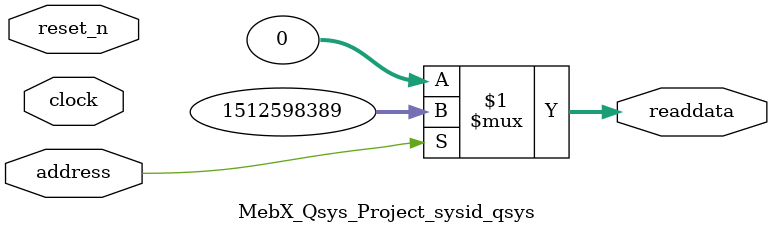
<source format=v>



// synthesis translate_off
`timescale 1ns / 1ps
// synthesis translate_on

// turn off superfluous verilog processor warnings 
// altera message_level Level1 
// altera message_off 10034 10035 10036 10037 10230 10240 10030 

module MebX_Qsys_Project_sysid_qsys (
               // inputs:
                address,
                clock,
                reset_n,

               // outputs:
                readdata
             )
;

  output  [ 31: 0] readdata;
  input            address;
  input            clock;
  input            reset_n;

  wire    [ 31: 0] readdata;
  //control_slave, which is an e_avalon_slave
  assign readdata = address ? 1512598389 : 0;

endmodule



</source>
